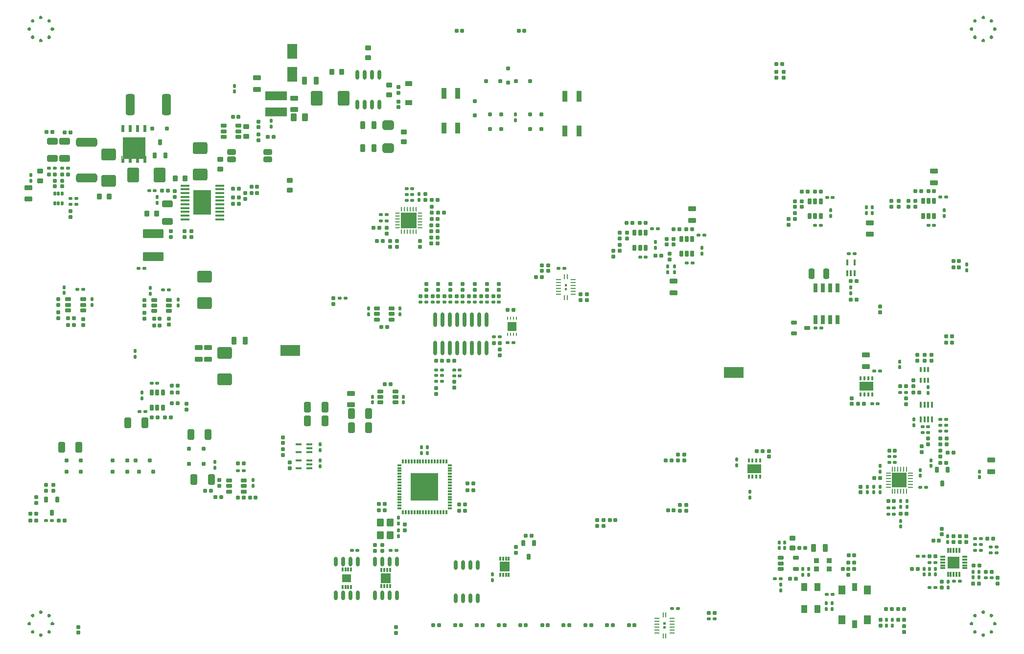
<source format=gbp>
G04*
G04 #@! TF.GenerationSoftware,Altium Limited,Altium Designer,19.1.6 (110)*
G04*
G04 Layer_Color=128*
%FSLAX44Y44*%
%MOMM*%
G71*
G01*
G75*
G04:AMPARAMS|DCode=22|XSize=0.6mm|YSize=0.6mm|CornerRadius=0.06mm|HoleSize=0mm|Usage=FLASHONLY|Rotation=0.000|XOffset=0mm|YOffset=0mm|HoleType=Round|Shape=RoundedRectangle|*
%AMROUNDEDRECTD22*
21,1,0.6000,0.4800,0,0,0.0*
21,1,0.4800,0.6000,0,0,0.0*
1,1,0.1200,0.2400,-0.2400*
1,1,0.1200,-0.2400,-0.2400*
1,1,0.1200,-0.2400,0.2400*
1,1,0.1200,0.2400,0.2400*
%
%ADD22ROUNDEDRECTD22*%
G04:AMPARAMS|DCode=27|XSize=0.5mm|YSize=0.6mm|CornerRadius=0.05mm|HoleSize=0mm|Usage=FLASHONLY|Rotation=0.000|XOffset=0mm|YOffset=0mm|HoleType=Round|Shape=RoundedRectangle|*
%AMROUNDEDRECTD27*
21,1,0.5000,0.5000,0,0,0.0*
21,1,0.4000,0.6000,0,0,0.0*
1,1,0.1000,0.2000,-0.2500*
1,1,0.1000,-0.2000,-0.2500*
1,1,0.1000,-0.2000,0.2500*
1,1,0.1000,0.2000,0.2500*
%
%ADD27ROUNDEDRECTD27*%
G04:AMPARAMS|DCode=28|XSize=0.5mm|YSize=0.6mm|CornerRadius=0.05mm|HoleSize=0mm|Usage=FLASHONLY|Rotation=90.000|XOffset=0mm|YOffset=0mm|HoleType=Round|Shape=RoundedRectangle|*
%AMROUNDEDRECTD28*
21,1,0.5000,0.5000,0,0,90.0*
21,1,0.4000,0.6000,0,0,90.0*
1,1,0.1000,0.2500,0.2000*
1,1,0.1000,0.2500,-0.2000*
1,1,0.1000,-0.2500,-0.2000*
1,1,0.1000,-0.2500,0.2000*
%
%ADD28ROUNDEDRECTD28*%
G04:AMPARAMS|DCode=29|XSize=0.6mm|YSize=0.6mm|CornerRadius=0.06mm|HoleSize=0mm|Usage=FLASHONLY|Rotation=270.000|XOffset=0mm|YOffset=0mm|HoleType=Round|Shape=RoundedRectangle|*
%AMROUNDEDRECTD29*
21,1,0.6000,0.4800,0,0,270.0*
21,1,0.4800,0.6000,0,0,270.0*
1,1,0.1200,-0.2400,-0.2400*
1,1,0.1200,-0.2400,0.2400*
1,1,0.1200,0.2400,0.2400*
1,1,0.1200,0.2400,-0.2400*
%
%ADD29ROUNDEDRECTD29*%
%ADD56R,3.7000X1.6000*%
G04:AMPARAMS|DCode=61|XSize=1mm|YSize=0.9mm|CornerRadius=0.1125mm|HoleSize=0mm|Usage=FLASHONLY|Rotation=270.000|XOffset=0mm|YOffset=0mm|HoleType=Round|Shape=RoundedRectangle|*
%AMROUNDEDRECTD61*
21,1,1.0000,0.6750,0,0,270.0*
21,1,0.7750,0.9000,0,0,270.0*
1,1,0.2250,-0.3375,-0.3875*
1,1,0.2250,-0.3375,0.3875*
1,1,0.2250,0.3375,0.3875*
1,1,0.2250,0.3375,-0.3875*
%
%ADD61ROUNDEDRECTD61*%
G04:AMPARAMS|DCode=62|XSize=1.8mm|YSize=1.15mm|CornerRadius=0.1438mm|HoleSize=0mm|Usage=FLASHONLY|Rotation=180.000|XOffset=0mm|YOffset=0mm|HoleType=Round|Shape=RoundedRectangle|*
%AMROUNDEDRECTD62*
21,1,1.8000,0.8625,0,0,180.0*
21,1,1.5125,1.1500,0,0,180.0*
1,1,0.2875,-0.7563,0.4313*
1,1,0.2875,0.7563,0.4313*
1,1,0.2875,0.7563,-0.4313*
1,1,0.2875,-0.7563,-0.4313*
%
%ADD62ROUNDEDRECTD62*%
G04:AMPARAMS|DCode=92|XSize=2.5mm|YSize=2mm|CornerRadius=0.25mm|HoleSize=0mm|Usage=FLASHONLY|Rotation=90.000|XOffset=0mm|YOffset=0mm|HoleType=Round|Shape=RoundedRectangle|*
%AMROUNDEDRECTD92*
21,1,2.5000,1.5000,0,0,90.0*
21,1,2.0000,2.0000,0,0,90.0*
1,1,0.5000,0.7500,1.0000*
1,1,0.5000,0.7500,-1.0000*
1,1,0.5000,-0.7500,-1.0000*
1,1,0.5000,-0.7500,1.0000*
%
%ADD92ROUNDEDRECTD92*%
%ADD93R,3.5000X1.9000*%
G04:AMPARAMS|DCode=94|XSize=0.6mm|YSize=0.7mm|CornerRadius=0.075mm|HoleSize=0mm|Usage=FLASHONLY|Rotation=270.000|XOffset=0mm|YOffset=0mm|HoleType=Round|Shape=RoundedRectangle|*
%AMROUNDEDRECTD94*
21,1,0.6000,0.5500,0,0,270.0*
21,1,0.4500,0.7000,0,0,270.0*
1,1,0.1500,-0.2750,-0.2250*
1,1,0.1500,-0.2750,0.2250*
1,1,0.1500,0.2750,0.2250*
1,1,0.1500,0.2750,-0.2250*
%
%ADD94ROUNDEDRECTD94*%
G04:AMPARAMS|DCode=99|XSize=1.4mm|YSize=1mm|CornerRadius=0.125mm|HoleSize=0mm|Usage=FLASHONLY|Rotation=90.000|XOffset=0mm|YOffset=0mm|HoleType=Round|Shape=RoundedRectangle|*
%AMROUNDEDRECTD99*
21,1,1.4000,0.7500,0,0,90.0*
21,1,1.1500,1.0000,0,0,90.0*
1,1,0.2500,0.3750,0.5750*
1,1,0.2500,0.3750,-0.5750*
1,1,0.2500,-0.3750,-0.5750*
1,1,0.2500,-0.3750,0.5750*
%
%ADD99ROUNDEDRECTD99*%
%ADD184R,2.5000X2.5000*%
G04:AMPARAMS|DCode=264|XSize=0.6mm|YSize=0.7mm|CornerRadius=0.075mm|HoleSize=0mm|Usage=FLASHONLY|Rotation=0.000|XOffset=0mm|YOffset=0mm|HoleType=Round|Shape=RoundedRectangle|*
%AMROUNDEDRECTD264*
21,1,0.6000,0.5500,0,0,0.0*
21,1,0.4500,0.7000,0,0,0.0*
1,1,0.1500,0.2250,-0.2750*
1,1,0.1500,-0.2250,-0.2750*
1,1,0.1500,-0.2250,0.2750*
1,1,0.1500,0.2250,0.2750*
%
%ADD264ROUNDEDRECTD264*%
G04:AMPARAMS|DCode=265|XSize=0.6mm|YSize=1mm|CornerRadius=0.075mm|HoleSize=0mm|Usage=FLASHONLY|Rotation=0.000|XOffset=0mm|YOffset=0mm|HoleType=Round|Shape=RoundedRectangle|*
%AMROUNDEDRECTD265*
21,1,0.6000,0.8500,0,0,0.0*
21,1,0.4500,1.0000,0,0,0.0*
1,1,0.1500,0.2250,-0.4250*
1,1,0.1500,-0.2250,-0.4250*
1,1,0.1500,-0.2250,0.4250*
1,1,0.1500,0.2250,0.4250*
%
%ADD265ROUNDEDRECTD265*%
G04:AMPARAMS|DCode=266|XSize=2.5mm|YSize=2mm|CornerRadius=0.25mm|HoleSize=0mm|Usage=FLASHONLY|Rotation=180.000|XOffset=0mm|YOffset=0mm|HoleType=Round|Shape=RoundedRectangle|*
%AMROUNDEDRECTD266*
21,1,2.5000,1.5000,0,0,180.0*
21,1,2.0000,2.0000,0,0,180.0*
1,1,0.5000,-1.0000,0.7500*
1,1,0.5000,1.0000,0.7500*
1,1,0.5000,1.0000,-0.7500*
1,1,0.5000,-1.0000,-0.7500*
%
%ADD266ROUNDEDRECTD266*%
G04:AMPARAMS|DCode=267|XSize=1.3mm|YSize=0.8mm|CornerRadius=0.1mm|HoleSize=0mm|Usage=FLASHONLY|Rotation=90.000|XOffset=0mm|YOffset=0mm|HoleType=Round|Shape=RoundedRectangle|*
%AMROUNDEDRECTD267*
21,1,1.3000,0.6000,0,0,90.0*
21,1,1.1000,0.8000,0,0,90.0*
1,1,0.2000,0.3000,0.5500*
1,1,0.2000,0.3000,-0.5500*
1,1,0.2000,-0.3000,-0.5500*
1,1,0.2000,-0.3000,0.5500*
%
%ADD267ROUNDEDRECTD267*%
G04:AMPARAMS|DCode=268|XSize=1.8mm|YSize=1.15mm|CornerRadius=0.1438mm|HoleSize=0mm|Usage=FLASHONLY|Rotation=90.000|XOffset=0mm|YOffset=0mm|HoleType=Round|Shape=RoundedRectangle|*
%AMROUNDEDRECTD268*
21,1,1.8000,0.8625,0,0,90.0*
21,1,1.5125,1.1500,0,0,90.0*
1,1,0.2875,0.4313,0.7563*
1,1,0.2875,0.4313,-0.7563*
1,1,0.2875,-0.4313,-0.7563*
1,1,0.2875,-0.4313,0.7563*
%
%ADD268ROUNDEDRECTD268*%
G04:AMPARAMS|DCode=269|XSize=0.6mm|YSize=1mm|CornerRadius=0.075mm|HoleSize=0mm|Usage=FLASHONLY|Rotation=90.000|XOffset=0mm|YOffset=0mm|HoleType=Round|Shape=RoundedRectangle|*
%AMROUNDEDRECTD269*
21,1,0.6000,0.8500,0,0,90.0*
21,1,0.4500,1.0000,0,0,90.0*
1,1,0.1500,0.4250,0.2250*
1,1,0.1500,0.4250,-0.2250*
1,1,0.1500,-0.4250,-0.2250*
1,1,0.1500,-0.4250,0.2250*
%
%ADD269ROUNDEDRECTD269*%
G04:AMPARAMS|DCode=270|XSize=1.4mm|YSize=1.2mm|CornerRadius=0.15mm|HoleSize=0mm|Usage=FLASHONLY|Rotation=270.000|XOffset=0mm|YOffset=0mm|HoleType=Round|Shape=RoundedRectangle|*
%AMROUNDEDRECTD270*
21,1,1.4000,0.9000,0,0,270.0*
21,1,1.1000,1.2000,0,0,270.0*
1,1,0.3000,-0.4500,-0.5500*
1,1,0.3000,-0.4500,0.5500*
1,1,0.3000,0.4500,0.5500*
1,1,0.3000,0.4500,-0.5500*
%
%ADD270ROUNDEDRECTD270*%
%ADD271O,0.6000X1.7000*%
%ADD272R,1.7000X1.7000*%
%ADD273R,0.3000X0.6500*%
G04:AMPARAMS|DCode=274|XSize=0.3mm|YSize=0.7mm|CornerRadius=0.075mm|HoleSize=0mm|Usage=FLASHONLY|Rotation=270.000|XOffset=0mm|YOffset=0mm|HoleType=Round|Shape=RoundedRectangle|*
%AMROUNDEDRECTD274*
21,1,0.3000,0.5500,0,0,270.0*
21,1,0.1500,0.7000,0,0,270.0*
1,1,0.1500,-0.2750,-0.0750*
1,1,0.1500,-0.2750,0.0750*
1,1,0.1500,0.2750,0.0750*
1,1,0.1500,0.2750,-0.0750*
%
%ADD274ROUNDEDRECTD274*%
G04:AMPARAMS|DCode=275|XSize=0.3mm|YSize=0.7mm|CornerRadius=0.075mm|HoleSize=0mm|Usage=FLASHONLY|Rotation=0.000|XOffset=0mm|YOffset=0mm|HoleType=Round|Shape=RoundedRectangle|*
%AMROUNDEDRECTD275*
21,1,0.3000,0.5500,0,0,0.0*
21,1,0.1500,0.7000,0,0,0.0*
1,1,0.1500,0.0750,-0.2750*
1,1,0.1500,-0.0750,-0.2750*
1,1,0.1500,-0.0750,0.2750*
1,1,0.1500,0.0750,0.2750*
%
%ADD275ROUNDEDRECTD275*%
%ADD276R,4.7000X4.7000*%
%ADD277R,0.3000X0.8000*%
%ADD278R,1.6000X1.4000*%
G04:AMPARAMS|DCode=279|XSize=1.6mm|YSize=3.65mm|CornerRadius=0.4mm|HoleSize=0mm|Usage=FLASHONLY|Rotation=90.000|XOffset=0mm|YOffset=0mm|HoleType=Round|Shape=RoundedRectangle|*
%AMROUNDEDRECTD279*
21,1,1.6000,2.8500,0,0,90.0*
21,1,0.8000,3.6500,0,0,90.0*
1,1,0.8000,1.4250,0.4000*
1,1,0.8000,1.4250,-0.4000*
1,1,0.8000,-1.4250,-0.4000*
1,1,0.8000,-1.4250,0.4000*
%
%ADD279ROUNDEDRECTD279*%
G04:AMPARAMS|DCode=280|XSize=1mm|YSize=1.5mm|CornerRadius=0.25mm|HoleSize=0mm|Usage=FLASHONLY|Rotation=90.000|XOffset=0mm|YOffset=0mm|HoleType=Round|Shape=RoundedRectangle|*
%AMROUNDEDRECTD280*
21,1,1.0000,1.0000,0,0,90.0*
21,1,0.5000,1.5000,0,0,90.0*
1,1,0.5000,0.5000,0.2500*
1,1,0.5000,0.5000,-0.2500*
1,1,0.5000,-0.5000,-0.2500*
1,1,0.5000,-0.5000,0.2500*
%
%ADD280ROUNDEDRECTD280*%
G04:AMPARAMS|DCode=281|XSize=3.6mm|YSize=1.5mm|CornerRadius=0.1875mm|HoleSize=0mm|Usage=FLASHONLY|Rotation=0.000|XOffset=0mm|YOffset=0mm|HoleType=Round|Shape=RoundedRectangle|*
%AMROUNDEDRECTD281*
21,1,3.6000,1.1250,0,0,0.0*
21,1,3.2250,1.5000,0,0,0.0*
1,1,0.3750,1.6125,-0.5625*
1,1,0.3750,-1.6125,-0.5625*
1,1,0.3750,-1.6125,0.5625*
1,1,0.3750,1.6125,0.5625*
%
%ADD281ROUNDEDRECTD281*%
G04:AMPARAMS|DCode=282|XSize=0.45mm|YSize=0.7mm|CornerRadius=0.0563mm|HoleSize=0mm|Usage=FLASHONLY|Rotation=180.000|XOffset=0mm|YOffset=0mm|HoleType=Round|Shape=RoundedRectangle|*
%AMROUNDEDRECTD282*
21,1,0.4500,0.5875,0,0,180.0*
21,1,0.3375,0.7000,0,0,180.0*
1,1,0.1125,-0.1688,0.2938*
1,1,0.1125,0.1688,0.2938*
1,1,0.1125,0.1688,-0.2938*
1,1,0.1125,-0.1688,-0.2938*
%
%ADD282ROUNDEDRECTD282*%
%ADD283O,0.2500X0.9000*%
%ADD284O,0.9000X0.2500*%
%ADD285R,0.4000X1.0000*%
%ADD286R,2.1000X2.1000*%
%ADD287R,0.8500X0.3000*%
%ADD288R,0.3000X0.8500*%
%ADD289R,0.4000X0.8500*%
%ADD290R,2.3500X1.6000*%
%ADD291R,0.3000X0.7000*%
G04:AMPARAMS|DCode=292|XSize=1.6mm|YSize=3.65mm|CornerRadius=0.4mm|HoleSize=0mm|Usage=FLASHONLY|Rotation=180.000|XOffset=0mm|YOffset=0mm|HoleType=Round|Shape=RoundedRectangle|*
%AMROUNDEDRECTD292*
21,1,1.6000,2.8500,0,0,180.0*
21,1,0.8000,3.6500,0,0,180.0*
1,1,0.8000,-0.4000,1.4250*
1,1,0.8000,0.4000,1.4250*
1,1,0.8000,0.4000,-1.4250*
1,1,0.8000,-0.4000,-1.4250*
%
%ADD292ROUNDEDRECTD292*%
%ADD293R,1.7000X2.5000*%
G04:AMPARAMS|DCode=294|XSize=1.7mm|YSize=2mm|CornerRadius=0.425mm|HoleSize=0mm|Usage=FLASHONLY|Rotation=90.000|XOffset=0mm|YOffset=0mm|HoleType=Round|Shape=RoundedRectangle|*
%AMROUNDEDRECTD294*
21,1,1.7000,1.1500,0,0,90.0*
21,1,0.8500,2.0000,0,0,90.0*
1,1,0.8500,0.5750,0.4250*
1,1,0.8500,0.5750,-0.4250*
1,1,0.8500,-0.5750,-0.4250*
1,1,0.8500,-0.5750,0.4250*
%
%ADD294ROUNDEDRECTD294*%
%ADD295R,1.2000X1.5000*%
%ADD296R,0.9000X1.4000*%
%ADD299R,1.0000X1.3500*%
G04:AMPARAMS|DCode=300|XSize=0.9mm|YSize=0.9mm|CornerRadius=0.1125mm|HoleSize=0mm|Usage=FLASHONLY|Rotation=0.000|XOffset=0mm|YOffset=0mm|HoleType=Round|Shape=RoundedRectangle|*
%AMROUNDEDRECTD300*
21,1,0.9000,0.6750,0,0,0.0*
21,1,0.6750,0.9000,0,0,0.0*
1,1,0.2250,0.3375,-0.3375*
1,1,0.2250,-0.3375,-0.3375*
1,1,0.2250,-0.3375,0.3375*
1,1,0.2250,0.3375,0.3375*
%
%ADD300ROUNDEDRECTD300*%
%ADD301R,1.6000X1.6000*%
%ADD302R,0.2500X0.6250*%
%ADD303R,0.9000X1.8400*%
G04:AMPARAMS|DCode=304|XSize=1.22mm|YSize=0.91mm|CornerRadius=0.1138mm|HoleSize=0mm|Usage=FLASHONLY|Rotation=180.000|XOffset=0mm|YOffset=0mm|HoleType=Round|Shape=RoundedRectangle|*
%AMROUNDEDRECTD304*
21,1,1.2200,0.6825,0,0,180.0*
21,1,0.9925,0.9100,0,0,180.0*
1,1,0.2275,-0.4963,0.3413*
1,1,0.2275,0.4963,0.3413*
1,1,0.2275,0.4963,-0.3413*
1,1,0.2275,-0.4963,-0.3413*
%
%ADD304ROUNDEDRECTD304*%
%ADD305R,0.2500X0.9000*%
%ADD306R,0.9000X0.2500*%
%ADD308O,0.7000X2.5000*%
%ADD309R,3.1000X4.3000*%
%ADD310R,1.6000X0.3600*%
%ADD311R,0.6500X1.5250*%
%ADD312R,0.3600X1.0000*%
%ADD313R,0.2550X0.5000*%
%ADD314R,0.6100X1.2700*%
%ADD315R,0.6100X0.7700*%
%ADD316R,3.9100X3.7500*%
G04:AMPARAMS|DCode=317|XSize=1mm|YSize=1.8mm|CornerRadius=0.25mm|HoleSize=0mm|Usage=FLASHONLY|Rotation=180.000|XOffset=0mm|YOffset=0mm|HoleType=Round|Shape=RoundedRectangle|*
%AMROUNDEDRECTD317*
21,1,1.0000,1.3000,0,0,180.0*
21,1,0.5000,1.8000,0,0,180.0*
1,1,0.5000,-0.2500,0.6500*
1,1,0.5000,0.2500,0.6500*
1,1,0.5000,0.2500,-0.6500*
1,1,0.5000,-0.2500,-0.6500*
%
%ADD317ROUNDEDRECTD317*%
G04:AMPARAMS|DCode=318|XSize=0.2393mm|YSize=0.7811mm|CornerRadius=0.0598mm|HoleSize=0mm|Usage=FLASHONLY|Rotation=180.000|XOffset=0mm|YOffset=0mm|HoleType=Round|Shape=RoundedRectangle|*
%AMROUNDEDRECTD318*
21,1,0.2393,0.6614,0,0,180.0*
21,1,0.1196,0.7811,0,0,180.0*
1,1,0.1196,-0.0598,0.3307*
1,1,0.1196,0.0598,0.3307*
1,1,0.1196,0.0598,-0.3307*
1,1,0.1196,-0.0598,-0.3307*
%
%ADD318ROUNDEDRECTD318*%
G04:AMPARAMS|DCode=319|XSize=0.7811mm|YSize=0.2393mm|CornerRadius=0.0598mm|HoleSize=0mm|Usage=FLASHONLY|Rotation=180.000|XOffset=0mm|YOffset=0mm|HoleType=Round|Shape=RoundedRectangle|*
%AMROUNDEDRECTD319*
21,1,0.7811,0.1196,0,0,180.0*
21,1,0.6614,0.2393,0,0,180.0*
1,1,0.1196,-0.3307,0.0598*
1,1,0.1196,0.3307,0.0598*
1,1,0.1196,0.3307,-0.0598*
1,1,0.1196,-0.3307,-0.0598*
%
%ADD319ROUNDEDRECTD319*%
%ADD320R,0.7811X0.2393*%
%ADD321R,2.7000X2.7000*%
G04:AMPARAMS|DCode=322|XSize=1.3mm|YSize=0.8mm|CornerRadius=0.1mm|HoleSize=0mm|Usage=FLASHONLY|Rotation=180.000|XOffset=0mm|YOffset=0mm|HoleType=Round|Shape=RoundedRectangle|*
%AMROUNDEDRECTD322*
21,1,1.3000,0.6000,0,0,180.0*
21,1,1.1000,0.8000,0,0,180.0*
1,1,0.2000,-0.5500,0.3000*
1,1,0.2000,0.5500,0.3000*
1,1,0.2000,0.5500,-0.3000*
1,1,0.2000,-0.5500,-0.3000*
%
%ADD322ROUNDEDRECTD322*%
G04:AMPARAMS|DCode=323|XSize=1mm|YSize=0.9mm|CornerRadius=0.1125mm|HoleSize=0mm|Usage=FLASHONLY|Rotation=180.000|XOffset=0mm|YOffset=0mm|HoleType=Round|Shape=RoundedRectangle|*
%AMROUNDEDRECTD323*
21,1,1.0000,0.6750,0,0,180.0*
21,1,0.7750,0.9000,0,0,180.0*
1,1,0.2250,-0.3875,0.3375*
1,1,0.2250,0.3875,0.3375*
1,1,0.2250,0.3875,-0.3375*
1,1,0.2250,-0.3875,-0.3375*
%
%ADD323ROUNDEDRECTD323*%
%ADD324R,1.0000X0.3600*%
G36*
X945140Y612200D02*
X941140D01*
X941140Y616200D01*
X945140D01*
X945140Y612200D01*
D02*
G37*
G36*
X36699Y57543D02*
X37543Y56699D01*
X38000Y55597D01*
Y55000D01*
Y54403D01*
X37543Y53301D01*
X36699Y52457D01*
X35597Y52000D01*
X34403D01*
X33301Y52457D01*
X32457Y53301D01*
X32000Y54403D01*
Y55000D01*
Y55597D01*
X32457Y56699D01*
X33301Y57543D01*
X34403Y58000D01*
X35597D01*
X36699Y57543D01*
D02*
G37*
G36*
X50841Y51685D02*
X51263Y51263D01*
X51685Y50841D01*
X52142Y49739D01*
Y48545D01*
X51685Y47443D01*
X51263Y47021D01*
X50841Y46599D01*
X49739Y46142D01*
X48545D01*
X47443Y46599D01*
X47021Y47021D01*
X46599Y47443D01*
X46142Y48545D01*
Y49739D01*
X46599Y50841D01*
X47021Y51263D01*
X47443Y51685D01*
X48545Y52142D01*
X49739D01*
X50841Y51685D01*
D02*
G37*
G36*
X22557D02*
X22979Y51263D01*
X23401Y50841D01*
X23858Y49739D01*
Y48545D01*
X23401Y47443D01*
X22979Y47021D01*
X22557Y46599D01*
X21455Y46142D01*
X20261D01*
X19159Y46599D01*
X18736Y47021D01*
X18315Y47443D01*
X17858Y48545D01*
Y49739D01*
X18315Y50841D01*
X18736Y51263D01*
X19159Y51685D01*
X20261Y52142D01*
X21455D01*
X22557Y51685D01*
D02*
G37*
G36*
X56699Y37543D02*
X57543Y36699D01*
X58000Y35597D01*
Y35000D01*
Y34403D01*
X57543Y33301D01*
X56699Y32457D01*
X55597Y32000D01*
X54403D01*
X53301Y32457D01*
X52457Y33301D01*
X52000Y34403D01*
Y35000D01*
Y35597D01*
X52457Y36699D01*
X53301Y37543D01*
X54403Y38000D01*
X55597D01*
X56699Y37543D01*
D02*
G37*
G36*
X16699D02*
X17543Y36699D01*
X18000Y35597D01*
Y35000D01*
Y34403D01*
X17543Y33301D01*
X16699Y32457D01*
X15597Y32000D01*
X14403D01*
X13301Y32457D01*
X12457Y33301D01*
X12000Y34403D01*
Y35000D01*
Y35597D01*
X12457Y36699D01*
X13301Y37543D01*
X14403Y38000D01*
X15597D01*
X16699Y37543D01*
D02*
G37*
G36*
X50841Y23401D02*
X51263Y22979D01*
X51685Y22557D01*
X52142Y21455D01*
Y20261D01*
X51685Y19159D01*
X51263Y18736D01*
X50841Y18315D01*
X49739Y17858D01*
X48545D01*
X47443Y18315D01*
X47021Y18736D01*
X46599Y19159D01*
X46142Y20261D01*
Y21455D01*
X46599Y22557D01*
X47021Y22979D01*
X47443Y23401D01*
X48545Y23858D01*
X49739D01*
X50841Y23401D01*
D02*
G37*
G36*
X22557D02*
X22979Y22979D01*
X23401Y22557D01*
X23858Y21455D01*
Y20261D01*
X23401Y19159D01*
X22979Y18736D01*
X22557Y18315D01*
X21455Y17858D01*
X20261D01*
X19159Y18315D01*
X18736Y18736D01*
X18315Y19159D01*
X17858Y20261D01*
Y21455D01*
X18315Y22557D01*
X18736Y22979D01*
X19159Y23401D01*
X20261Y23858D01*
X21455D01*
X22557Y23401D01*
D02*
G37*
G36*
X36699Y17543D02*
X37543Y16699D01*
X38000Y15597D01*
Y15000D01*
Y14403D01*
X37543Y13301D01*
X36699Y12457D01*
X35597Y12000D01*
X34403D01*
X33301Y12457D01*
X32457Y13301D01*
X32000Y14403D01*
Y15000D01*
Y15597D01*
X32457Y16699D01*
X33301Y17543D01*
X34403Y18000D01*
X35597D01*
X36699Y17543D01*
D02*
G37*
G36*
Y1087543D02*
X37543Y1086699D01*
X38000Y1085597D01*
Y1085000D01*
Y1084403D01*
X37543Y1083301D01*
X36699Y1082457D01*
X35597Y1082000D01*
X34403D01*
X33301Y1082457D01*
X32457Y1083301D01*
X32000Y1084403D01*
Y1085000D01*
Y1085597D01*
X32457Y1086699D01*
X33301Y1087543D01*
X34403Y1088000D01*
X35597D01*
X36699Y1087543D01*
D02*
G37*
G36*
X50841Y1081685D02*
X51263Y1081264D01*
X51685Y1080842D01*
X52142Y1079739D01*
Y1078545D01*
X51685Y1077443D01*
X51263Y1077021D01*
X50841Y1076599D01*
X49739Y1076142D01*
X48545D01*
X47443Y1076599D01*
X47021Y1077021D01*
X46599Y1077443D01*
X46142Y1078545D01*
Y1079739D01*
X46599Y1080842D01*
X47021Y1081264D01*
X47443Y1081685D01*
X48545Y1082142D01*
X49739D01*
X50841Y1081685D01*
D02*
G37*
G36*
X22557D02*
X22979Y1081264D01*
X23401Y1080842D01*
X23858Y1079739D01*
Y1078545D01*
X23401Y1077443D01*
X22979Y1077021D01*
X22557Y1076599D01*
X21455Y1076142D01*
X20261D01*
X19159Y1076599D01*
X18736Y1077021D01*
X18315Y1077443D01*
X17858Y1078545D01*
Y1079739D01*
X18315Y1080842D01*
X18736Y1081264D01*
X19159Y1081685D01*
X20261Y1082142D01*
X21455D01*
X22557Y1081685D01*
D02*
G37*
G36*
X56699Y1067543D02*
X57543Y1066699D01*
X58000Y1065597D01*
Y1065000D01*
Y1064403D01*
X57543Y1063301D01*
X56699Y1062457D01*
X55597Y1062000D01*
X54403D01*
X53301Y1062457D01*
X52457Y1063301D01*
X52000Y1064403D01*
Y1065000D01*
Y1065597D01*
X52457Y1066699D01*
X53301Y1067543D01*
X54403Y1068000D01*
X55597D01*
X56699Y1067543D01*
D02*
G37*
G36*
X16699D02*
X17543Y1066699D01*
X18000Y1065597D01*
Y1065000D01*
Y1064403D01*
X17543Y1063301D01*
X16699Y1062457D01*
X15597Y1062000D01*
X14403D01*
X13301Y1062457D01*
X12457Y1063301D01*
X12000Y1064403D01*
Y1065000D01*
Y1065597D01*
X12457Y1066699D01*
X13301Y1067543D01*
X14403Y1068000D01*
X15597D01*
X16699Y1067543D01*
D02*
G37*
G36*
X50841Y1053401D02*
X51263Y1052979D01*
X51685Y1052557D01*
X52142Y1051455D01*
Y1050261D01*
X51685Y1049158D01*
X51263Y1048736D01*
X50841Y1048315D01*
X49739Y1047858D01*
X48545D01*
X47443Y1048315D01*
X47021Y1048736D01*
X46599Y1049158D01*
X46142Y1050261D01*
Y1051455D01*
X46599Y1052557D01*
X47021Y1052979D01*
X47443Y1053401D01*
X48545Y1053858D01*
X49739D01*
X50841Y1053401D01*
D02*
G37*
G36*
X22557D02*
X22979Y1052979D01*
X23401Y1052557D01*
X23858Y1051455D01*
Y1050261D01*
X23401Y1049158D01*
X22979Y1048736D01*
X22557Y1048315D01*
X21455Y1047858D01*
X20261D01*
X19159Y1048315D01*
X18736Y1048736D01*
X18315Y1049158D01*
X17858Y1050261D01*
Y1051455D01*
X18315Y1052557D01*
X18736Y1052979D01*
X19159Y1053401D01*
X20261Y1053858D01*
X21455D01*
X22557Y1053401D01*
D02*
G37*
G36*
X36699Y1047543D02*
X37543Y1046699D01*
X38000Y1045597D01*
Y1045000D01*
Y1044403D01*
X37543Y1043301D01*
X36699Y1042457D01*
X35597Y1042000D01*
X34403D01*
X33301Y1042457D01*
X32457Y1043301D01*
X32000Y1044403D01*
Y1045000D01*
Y1045597D01*
X32457Y1046699D01*
X33301Y1047543D01*
X34403Y1048000D01*
X35597D01*
X36699Y1047543D01*
D02*
G37*
G36*
X945140Y619200D02*
X941140D01*
Y623200D01*
X945140D01*
Y619200D01*
D02*
G37*
G36*
X1666699Y1087543D02*
X1667543Y1086699D01*
X1668000Y1085597D01*
Y1085000D01*
Y1084403D01*
X1667543Y1083301D01*
X1666699Y1082457D01*
X1665597Y1082000D01*
X1664403D01*
X1663301Y1082457D01*
X1662457Y1083301D01*
X1662000Y1084403D01*
Y1085000D01*
Y1085597D01*
X1662457Y1086699D01*
X1663301Y1087543D01*
X1664403Y1088000D01*
X1665597D01*
X1666699Y1087543D01*
D02*
G37*
G36*
X1680842Y1081685D02*
X1681263Y1081264D01*
X1681685Y1080842D01*
X1682142Y1079739D01*
Y1078545D01*
X1681685Y1077443D01*
X1681263Y1077021D01*
X1680842Y1076599D01*
X1679739Y1076142D01*
X1678545D01*
X1677443Y1076599D01*
X1677021Y1077021D01*
X1676599Y1077443D01*
X1676142Y1078545D01*
Y1079739D01*
X1676599Y1080842D01*
X1677021Y1081264D01*
X1677443Y1081685D01*
X1678545Y1082142D01*
X1679739D01*
X1680842Y1081685D01*
D02*
G37*
G36*
X1652557D02*
X1652979Y1081264D01*
X1653401Y1080842D01*
X1653858Y1079739D01*
Y1078545D01*
X1653401Y1077443D01*
X1652979Y1077021D01*
X1652557Y1076599D01*
X1651455Y1076142D01*
X1650261D01*
X1649158Y1076599D01*
X1648737Y1077021D01*
X1648315Y1077443D01*
X1647858Y1078545D01*
Y1079739D01*
X1648315Y1080842D01*
X1648737Y1081264D01*
X1649158Y1081685D01*
X1650261Y1082142D01*
X1651455D01*
X1652557Y1081685D01*
D02*
G37*
G36*
X1686699Y1067543D02*
X1687543Y1066699D01*
X1688000Y1065597D01*
Y1065000D01*
Y1064403D01*
X1687543Y1063301D01*
X1686699Y1062457D01*
X1685597Y1062000D01*
X1684403D01*
X1683301Y1062457D01*
X1682457Y1063301D01*
X1682000Y1064403D01*
Y1065000D01*
Y1065597D01*
X1682457Y1066699D01*
X1683301Y1067543D01*
X1684403Y1068000D01*
X1685597D01*
X1686699Y1067543D01*
D02*
G37*
G36*
X1646699D02*
X1647543Y1066699D01*
X1648000Y1065597D01*
Y1065000D01*
Y1064403D01*
X1647543Y1063301D01*
X1646699Y1062457D01*
X1645597Y1062000D01*
X1644403D01*
X1643301Y1062457D01*
X1642457Y1063301D01*
X1642000Y1064403D01*
Y1065000D01*
Y1065597D01*
X1642457Y1066699D01*
X1643301Y1067543D01*
X1644403Y1068000D01*
X1645597D01*
X1646699Y1067543D01*
D02*
G37*
G36*
X1680842Y1053401D02*
X1681263Y1052979D01*
X1681685Y1052557D01*
X1682142Y1051455D01*
Y1050261D01*
X1681685Y1049158D01*
X1681263Y1048736D01*
X1680842Y1048315D01*
X1679739Y1047858D01*
X1678545D01*
X1677443Y1048315D01*
X1677021Y1048736D01*
X1676599Y1049158D01*
X1676142Y1050261D01*
Y1051455D01*
X1676599Y1052557D01*
X1677021Y1052979D01*
X1677443Y1053401D01*
X1678545Y1053858D01*
X1679739D01*
X1680842Y1053401D01*
D02*
G37*
G36*
X1652557D02*
X1652979Y1052979D01*
X1653401Y1052557D01*
X1653858Y1051455D01*
Y1050261D01*
X1653401Y1049158D01*
X1652979Y1048736D01*
X1652557Y1048315D01*
X1651455Y1047858D01*
X1650261D01*
X1649158Y1048315D01*
X1648737Y1048736D01*
X1648315Y1049158D01*
X1647858Y1050261D01*
Y1051455D01*
X1648315Y1052557D01*
X1648737Y1052979D01*
X1649158Y1053401D01*
X1650261Y1053858D01*
X1651455D01*
X1652557Y1053401D01*
D02*
G37*
G36*
X1666699Y1047543D02*
X1667543Y1046699D01*
X1668000Y1045597D01*
Y1045000D01*
Y1044403D01*
X1667543Y1043301D01*
X1666699Y1042457D01*
X1665597Y1042000D01*
X1664403D01*
X1663301Y1042457D01*
X1662457Y1043301D01*
X1662000Y1044403D01*
Y1045000D01*
Y1045597D01*
X1662457Y1046699D01*
X1663301Y1047543D01*
X1664403Y1048000D01*
X1665597D01*
X1666699Y1047543D01*
D02*
G37*
G36*
Y57543D02*
X1667543Y56699D01*
X1668000Y55597D01*
Y55000D01*
Y54403D01*
X1667543Y53301D01*
X1666699Y52457D01*
X1665597Y52000D01*
X1664403D01*
X1663301Y52457D01*
X1662457Y53301D01*
X1662000Y54403D01*
Y55000D01*
Y55597D01*
X1662457Y56699D01*
X1663301Y57543D01*
X1664403Y58000D01*
X1665597D01*
X1666699Y57543D01*
D02*
G37*
G36*
X1680842Y51685D02*
X1681263Y51263D01*
X1681685Y50841D01*
X1682142Y49739D01*
Y48545D01*
X1681685Y47443D01*
X1681263Y47021D01*
X1680842Y46599D01*
X1679739Y46142D01*
X1678545D01*
X1677443Y46599D01*
X1677021Y47021D01*
X1676599Y47443D01*
X1676142Y48545D01*
Y49739D01*
X1676599Y50841D01*
X1677021Y51263D01*
X1677443Y51685D01*
X1678545Y52142D01*
X1679739D01*
X1680842Y51685D01*
D02*
G37*
G36*
X1652557D02*
X1652979Y51263D01*
X1653401Y50841D01*
X1653858Y49739D01*
Y48545D01*
X1653401Y47443D01*
X1652979Y47021D01*
X1652557Y46599D01*
X1651455Y46142D01*
X1650261D01*
X1649158Y46599D01*
X1648737Y47021D01*
X1648315Y47443D01*
X1647858Y48545D01*
Y49739D01*
X1648315Y50841D01*
X1648737Y51263D01*
X1649158Y51685D01*
X1650261Y52142D01*
X1651455D01*
X1652557Y51685D01*
D02*
G37*
G36*
X1115750Y33340D02*
X1111750D01*
Y37340D01*
X1115750D01*
Y33340D01*
D02*
G37*
G36*
X1686699Y37543D02*
X1687543Y36699D01*
X1688000Y35597D01*
Y35000D01*
Y34403D01*
X1687543Y33301D01*
X1686699Y32457D01*
X1685597Y32000D01*
X1684403D01*
X1683301Y32457D01*
X1682457Y33301D01*
X1682000Y34403D01*
Y35000D01*
Y35597D01*
X1682457Y36699D01*
X1683301Y37543D01*
X1684403Y38000D01*
X1685597D01*
X1686699Y37543D01*
D02*
G37*
G36*
X1646699D02*
X1647543Y36699D01*
X1648000Y35597D01*
Y35000D01*
Y34403D01*
X1647543Y33301D01*
X1646699Y32457D01*
X1645597Y32000D01*
X1644403D01*
X1643301Y32457D01*
X1642457Y33301D01*
X1642000Y34403D01*
Y35000D01*
Y35597D01*
X1642457Y36699D01*
X1643301Y37543D01*
X1644403Y38000D01*
X1645597D01*
X1646699Y37543D01*
D02*
G37*
G36*
X1115750Y26340D02*
X1111750D01*
Y30340D01*
X1115750D01*
Y26340D01*
D02*
G37*
G36*
X1680842Y23401D02*
X1681263Y22979D01*
X1681685Y22557D01*
X1682142Y21455D01*
Y20261D01*
X1681685Y19159D01*
X1681263Y18736D01*
X1680842Y18315D01*
X1679739Y17858D01*
X1678545D01*
X1677443Y18315D01*
X1677021Y18736D01*
X1676599Y19159D01*
X1676142Y20261D01*
Y21455D01*
X1676599Y22557D01*
X1677021Y22979D01*
X1677443Y23401D01*
X1678545Y23858D01*
X1679739D01*
X1680842Y23401D01*
D02*
G37*
G36*
X1652557D02*
X1652979Y22979D01*
X1653401Y22557D01*
X1653858Y21455D01*
Y20261D01*
X1653401Y19159D01*
X1652979Y18736D01*
X1652557Y18315D01*
X1651455Y17858D01*
X1650261D01*
X1649158Y18315D01*
X1648737Y18736D01*
X1648315Y19159D01*
X1647858Y20261D01*
Y21455D01*
X1648315Y22557D01*
X1648737Y22979D01*
X1649158Y23401D01*
X1650261Y23858D01*
X1651455D01*
X1652557Y23401D01*
D02*
G37*
G36*
X1666699Y17543D02*
X1667543Y16699D01*
X1668000Y15597D01*
Y15000D01*
Y14403D01*
X1667543Y13301D01*
X1666699Y12457D01*
X1665597Y12000D01*
X1664403D01*
X1663301Y12457D01*
X1662457Y13301D01*
X1662000Y14403D01*
Y15000D01*
Y15597D01*
X1662457Y16699D01*
X1663301Y17543D01*
X1664403Y18000D01*
X1665597D01*
X1666699Y17543D01*
D02*
G37*
D22*
X653250Y964500D02*
D03*
Y954500D02*
D03*
X1506250Y767000D02*
D03*
Y757000D02*
D03*
X1518500D02*
D03*
Y767000D02*
D03*
X1294250Y324000D02*
D03*
Y334000D02*
D03*
X700161Y778951D02*
D03*
Y768951D02*
D03*
X901750Y655750D02*
D03*
Y645750D02*
D03*
X912750Y655750D02*
D03*
Y645750D02*
D03*
X979500Y595750D02*
D03*
Y605750D02*
D03*
X1122500Y665500D02*
D03*
Y675500D02*
D03*
X1025500Y671000D02*
D03*
Y681000D02*
D03*
X1036500Y681000D02*
D03*
Y691000D02*
D03*
X1328250Y725750D02*
D03*
Y735750D02*
D03*
X1339250Y735750D02*
D03*
Y745750D02*
D03*
X1591000Y324500D02*
D03*
Y334500D02*
D03*
X749760Y443600D02*
D03*
Y453600D02*
D03*
X465750Y314500D02*
D03*
Y304500D02*
D03*
X454000Y336750D02*
D03*
Y326750D02*
D03*
Y347750D02*
D03*
Y357750D02*
D03*
X44250Y265500D02*
D03*
Y275500D02*
D03*
X56500Y265500D02*
D03*
Y275500D02*
D03*
X343870Y283370D02*
D03*
Y273370D02*
D03*
X664250Y196500D02*
D03*
Y206500D02*
D03*
X856849Y167897D02*
D03*
X856849Y157897D02*
D03*
X625400Y161150D02*
D03*
Y171150D02*
D03*
X612700Y161150D02*
D03*
Y171150D02*
D03*
X100200Y29300D02*
D03*
Y19300D02*
D03*
X1307500Y980750D02*
D03*
Y990750D02*
D03*
X1319750Y980750D02*
D03*
Y990750D02*
D03*
X701510Y623350D02*
D03*
Y613350D02*
D03*
X722510Y623350D02*
D03*
Y613350D02*
D03*
X743510Y623350D02*
D03*
Y613350D02*
D03*
X829000Y500000D02*
D03*
Y510000D02*
D03*
X1008000Y214000D02*
D03*
Y204000D02*
D03*
X997000D02*
D03*
Y214000D02*
D03*
X1575737Y500494D02*
D03*
Y490494D02*
D03*
X1563487Y500494D02*
D03*
Y490494D02*
D03*
X541000Y599000D02*
D03*
Y589000D02*
D03*
X1136750Y317750D02*
D03*
Y327750D02*
D03*
X1147750Y317750D02*
D03*
Y327750D02*
D03*
X1140750Y230750D02*
D03*
Y240750D02*
D03*
X1151750Y230750D02*
D03*
Y240750D02*
D03*
X649101Y28525D02*
D03*
Y18525D02*
D03*
X26750Y243750D02*
D03*
Y253750D02*
D03*
X1486500Y584500D02*
D03*
Y574500D02*
D03*
X1551237Y500494D02*
D03*
Y490494D02*
D03*
X108000Y552000D02*
D03*
Y562000D02*
D03*
X65100Y574230D02*
D03*
Y564230D02*
D03*
X65100Y596730D02*
D03*
Y586730D02*
D03*
X86500Y749520D02*
D03*
Y739520D02*
D03*
X1438000Y425500D02*
D03*
Y415500D02*
D03*
X266750Y784250D02*
D03*
Y774250D02*
D03*
X260000Y704500D02*
D03*
Y714500D02*
D03*
X295750Y704500D02*
D03*
Y714500D02*
D03*
X283464Y704536D02*
D03*
Y714536D02*
D03*
X388250Y780750D02*
D03*
Y770750D02*
D03*
X411545Y882475D02*
D03*
Y872475D02*
D03*
X411500Y894750D02*
D03*
Y904750D02*
D03*
X213850Y595730D02*
D03*
Y585730D02*
D03*
X256750Y553380D02*
D03*
Y563380D02*
D03*
X213850Y573230D02*
D03*
Y563230D02*
D03*
X653250Y939500D02*
D03*
Y929500D02*
D03*
X721661Y693451D02*
D03*
Y703451D02*
D03*
X710661Y724701D02*
D03*
Y714701D02*
D03*
X721661Y724701D02*
D03*
Y714701D02*
D03*
X711161Y746701D02*
D03*
Y756701D02*
D03*
X710661Y693451D02*
D03*
Y703451D02*
D03*
X651161Y697951D02*
D03*
Y687951D02*
D03*
X632911Y710701D02*
D03*
Y720701D02*
D03*
X691161Y687951D02*
D03*
Y697951D02*
D03*
X638911Y687951D02*
D03*
Y697951D02*
D03*
X286830Y405800D02*
D03*
Y415800D02*
D03*
X1601987Y345744D02*
D03*
Y355744D02*
D03*
X1531397Y414894D02*
D03*
X1531397Y424894D02*
D03*
X1590987Y355744D02*
D03*
X1590987Y345744D02*
D03*
X1558487Y342394D02*
D03*
Y332394D02*
D03*
X1569994Y345750D02*
D03*
Y355750D02*
D03*
X1544647Y456494D02*
D03*
Y446494D02*
D03*
X72000Y802250D02*
D03*
Y792250D02*
D03*
X59000Y802250D02*
D03*
Y792250D02*
D03*
X718760Y442850D02*
D03*
Y432850D02*
D03*
X764510Y613350D02*
D03*
Y623350D02*
D03*
X785510Y613350D02*
D03*
Y623350D02*
D03*
X806510Y613350D02*
D03*
Y623350D02*
D03*
X827510Y613350D02*
D03*
Y623350D02*
D03*
X1593000Y97750D02*
D03*
Y107750D02*
D03*
X1689990Y104500D02*
D03*
Y114500D02*
D03*
X1636000Y186500D02*
D03*
Y176500D02*
D03*
X1593000Y189500D02*
D03*
Y199500D02*
D03*
X1614000Y176500D02*
D03*
Y186500D02*
D03*
X1625000Y176500D02*
D03*
Y186500D02*
D03*
X1452750Y272250D02*
D03*
Y262250D02*
D03*
X1487400Y41650D02*
D03*
Y31650D02*
D03*
X1432000Y119750D02*
D03*
Y129750D02*
D03*
X1528400Y20650D02*
D03*
Y30650D02*
D03*
X1535630Y757000D02*
D03*
Y767000D02*
D03*
X1547880D02*
D03*
Y757000D02*
D03*
X1339250Y756725D02*
D03*
X1339250Y766725D02*
D03*
X1351500D02*
D03*
Y756725D02*
D03*
X1117150Y691600D02*
D03*
X1117150Y701600D02*
D03*
X1129400D02*
D03*
Y691600D02*
D03*
X1036380Y702000D02*
D03*
Y712000D02*
D03*
X1048630D02*
D03*
Y702000D02*
D03*
X968500Y605700D02*
D03*
X968500Y595700D02*
D03*
D27*
X198500Y497250D02*
D03*
Y507250D02*
D03*
X336500Y315250D02*
D03*
Y305250D02*
D03*
X402100Y273370D02*
D03*
Y283370D02*
D03*
X653750Y196500D02*
D03*
Y186500D02*
D03*
X816500Y110250D02*
D03*
Y120250D02*
D03*
X693515Y340275D02*
D03*
Y330275D02*
D03*
X703500Y330250D02*
D03*
X703500Y340250D02*
D03*
X653750Y208250D02*
D03*
Y218250D02*
D03*
X433750Y896000D02*
D03*
Y906000D02*
D03*
X18000Y812000D02*
D03*
Y802000D02*
D03*
X370250Y956500D02*
D03*
Y966500D02*
D03*
X856250Y907250D02*
D03*
Y917250D02*
D03*
X1130750Y653750D02*
D03*
Y643750D02*
D03*
X1119500Y643750D02*
D03*
Y653750D02*
D03*
X1463250Y756000D02*
D03*
Y746000D02*
D03*
X1473250D02*
D03*
Y756000D02*
D03*
X1636321Y647321D02*
D03*
Y657321D02*
D03*
X1658500Y288500D02*
D03*
Y298500D02*
D03*
X608380Y418000D02*
D03*
Y428000D02*
D03*
X662120Y418000D02*
D03*
Y428000D02*
D03*
X655870Y580750D02*
D03*
Y570750D02*
D03*
X602130Y580750D02*
D03*
Y570750D02*
D03*
X518000Y345500D02*
D03*
Y335500D02*
D03*
X518000Y317597D02*
D03*
Y307597D02*
D03*
X1436250Y607000D02*
D03*
Y617000D02*
D03*
X1520715Y489000D02*
D03*
Y479000D02*
D03*
X75350Y607730D02*
D03*
Y617730D02*
D03*
X123850Y597250D02*
D03*
Y587250D02*
D03*
X1261750Y263250D02*
D03*
X1261750Y253250D02*
D03*
X1238750Y319000D02*
D03*
Y309000D02*
D03*
X1574832Y307950D02*
D03*
Y317950D02*
D03*
X236250Y764000D02*
D03*
Y774000D02*
D03*
X272600Y586250D02*
D03*
X272600Y596250D02*
D03*
X224100Y616730D02*
D03*
Y606730D02*
D03*
X688911Y768951D02*
D03*
Y778951D02*
D03*
X210100Y425300D02*
D03*
Y435300D02*
D03*
X1544737Y378744D02*
D03*
Y388744D02*
D03*
X1570012Y434879D02*
D03*
Y444879D02*
D03*
X1562500Y130000D02*
D03*
Y120000D02*
D03*
X1582500D02*
D03*
Y130000D02*
D03*
X1572500Y120000D02*
D03*
Y130000D02*
D03*
X1604000Y97750D02*
D03*
Y107750D02*
D03*
X1647990Y125000D02*
D03*
Y115000D02*
D03*
X1657990Y125000D02*
D03*
Y115000D02*
D03*
X1603500Y186500D02*
D03*
Y176500D02*
D03*
X1522500Y237500D02*
D03*
Y247500D02*
D03*
Y203000D02*
D03*
Y213000D02*
D03*
X1533500Y247500D02*
D03*
X1533500Y237500D02*
D03*
X1487000Y298500D02*
D03*
Y308500D02*
D03*
X1464500Y272250D02*
D03*
Y262250D02*
D03*
X1475750Y272250D02*
D03*
Y262250D02*
D03*
X1555750Y291000D02*
D03*
Y301000D02*
D03*
X1487000Y272250D02*
D03*
Y262250D02*
D03*
X1497900Y41650D02*
D03*
Y31650D02*
D03*
X1507900Y41650D02*
D03*
Y31650D02*
D03*
X1403750Y60000D02*
D03*
Y70000D02*
D03*
X1393750Y60000D02*
D03*
X1393750Y70000D02*
D03*
X1363000Y129750D02*
D03*
Y119750D02*
D03*
X1314750Y102500D02*
D03*
Y92500D02*
D03*
X1353000Y129750D02*
D03*
Y119750D02*
D03*
X1322000Y165750D02*
D03*
Y175750D02*
D03*
X1312000D02*
D03*
Y165750D02*
D03*
X1597230Y741000D02*
D03*
Y751000D02*
D03*
X1400850Y740725D02*
D03*
Y750725D02*
D03*
X1178750Y675600D02*
D03*
Y685600D02*
D03*
X1097980Y686000D02*
D03*
Y696000D02*
D03*
D28*
X213750Y650250D02*
D03*
X203750D02*
D03*
X1600981Y388644D02*
D03*
X1590981D02*
D03*
X386250Y299850D02*
D03*
X376250D02*
D03*
X582750Y161750D02*
D03*
X572750D02*
D03*
X650250D02*
D03*
X640250D02*
D03*
X733510Y591850D02*
D03*
X743510D02*
D03*
X667661Y788451D02*
D03*
X677661D02*
D03*
Y778451D02*
D03*
X667661D02*
D03*
Y768451D02*
D03*
X677661D02*
D03*
X1510750Y235750D02*
D03*
X1500750D02*
D03*
X1510750Y224500D02*
D03*
X1500750D02*
D03*
X722510Y591850D02*
D03*
X712510D02*
D03*
X829000Y531500D02*
D03*
X819000D02*
D03*
X701510Y591850D02*
D03*
X691510D02*
D03*
X940500Y650000D02*
D03*
X930500D02*
D03*
X562000Y599000D02*
D03*
X552000D02*
D03*
X1200250Y43050D02*
D03*
X1190250D02*
D03*
X1126750Y61250D02*
D03*
X1136750D02*
D03*
X1651000Y162000D02*
D03*
X1661000D02*
D03*
X1512500Y324500D02*
D03*
X1502500D02*
D03*
X1512500Y314500D02*
D03*
X1502500D02*
D03*
X1472750Y415500D02*
D03*
X1482750D02*
D03*
X1442854Y675500D02*
D03*
X1432854D02*
D03*
X98000Y613730D02*
D03*
X108000D02*
D03*
X852500Y521490D02*
D03*
X842500D02*
D03*
X1384700Y546880D02*
D03*
X1374700D02*
D03*
X1476500Y472250D02*
D03*
X1486500D02*
D03*
X222250Y785000D02*
D03*
X232250D02*
D03*
X256750Y612730D02*
D03*
X246750D02*
D03*
X632911Y743701D02*
D03*
X622911D02*
D03*
X632911Y732451D02*
D03*
X622911D02*
D03*
X226580Y451150D02*
D03*
X236580D02*
D03*
X216100Y402650D02*
D03*
X206100D02*
D03*
X1600981Y368644D02*
D03*
X1590981D02*
D03*
Y378644D02*
D03*
X1600981D02*
D03*
X1531397Y435494D02*
D03*
X1521397D02*
D03*
X1569987Y366244D02*
D03*
X1559987D02*
D03*
X1559994Y376297D02*
D03*
X1569994D02*
D03*
X82000Y823750D02*
D03*
X72000D02*
D03*
X59000D02*
D03*
X49000D02*
D03*
X86525Y761245D02*
D03*
X96525D02*
D03*
X96500Y771250D02*
D03*
X86500D02*
D03*
X749760Y464350D02*
D03*
X759760Y464350D02*
D03*
X754510Y591850D02*
D03*
X764510D02*
D03*
X775510Y591850D02*
D03*
X785510D02*
D03*
X796510Y591850D02*
D03*
X806510D02*
D03*
X817510Y591850D02*
D03*
X827510D02*
D03*
X759760Y474350D02*
D03*
X749760D02*
D03*
X718760Y454600D02*
D03*
X728760D02*
D03*
X718760Y464600D02*
D03*
X728760D02*
D03*
X718760Y474600D02*
D03*
X728760D02*
D03*
X1661000Y182000D02*
D03*
X1651000D02*
D03*
X1572000Y97750D02*
D03*
X1582000D02*
D03*
X1651000Y172000D02*
D03*
X1661000D02*
D03*
X1678250Y158000D02*
D03*
X1688250D02*
D03*
Y168000D02*
D03*
X1678250D02*
D03*
X1572000Y141000D02*
D03*
X1582000D02*
D03*
X1552000Y152000D02*
D03*
X1562000D02*
D03*
X1679490Y114500D02*
D03*
X1669490D02*
D03*
X1624500Y108250D02*
D03*
X1614500D02*
D03*
X1556000Y271000D02*
D03*
X1566000D02*
D03*
X1394250Y85250D02*
D03*
X1404250D02*
D03*
X1314750Y113000D02*
D03*
X1304750D02*
D03*
X1570230Y725150D02*
D03*
X1580230Y725150D02*
D03*
X1601230Y773650D02*
D03*
X1591230D02*
D03*
X1374370Y724875D02*
D03*
X1384370D02*
D03*
X1404850Y773375D02*
D03*
X1394850D02*
D03*
X1152270Y659750D02*
D03*
X1162270D02*
D03*
X1182750Y708250D02*
D03*
X1172750Y708250D02*
D03*
X1071500Y670150D02*
D03*
X1081500D02*
D03*
X1101980Y718650D02*
D03*
X1091980D02*
D03*
X53750Y213250D02*
D03*
X43750D02*
D03*
D29*
X376250Y253285D02*
D03*
X386250D02*
D03*
X386250Y312750D02*
D03*
X376250D02*
D03*
X1273250Y334000D02*
D03*
X1283250D02*
D03*
X718760Y490100D02*
D03*
X728760D02*
D03*
X711161Y768951D02*
D03*
X721161D02*
D03*
X901750Y634750D02*
D03*
X891750D02*
D03*
X1108250Y672000D02*
D03*
X1098250D02*
D03*
X1591000Y313500D02*
D03*
X1601000D02*
D03*
X1613750Y331250D02*
D03*
X1603750D02*
D03*
X329250Y264750D02*
D03*
X319250D02*
D03*
X337000Y253750D02*
D03*
X347000D02*
D03*
X406665Y253285D02*
D03*
X396665D02*
D03*
X758750Y241750D02*
D03*
X768750D02*
D03*
X629750Y231500D02*
D03*
X619750D02*
D03*
X629750Y242500D02*
D03*
X619750D02*
D03*
X782750Y266250D02*
D03*
X772750D02*
D03*
X768750Y230750D02*
D03*
X758750D02*
D03*
X782750Y278250D02*
D03*
X772750D02*
D03*
X1317500Y1004500D02*
D03*
X1307500D02*
D03*
X1510750Y247500D02*
D03*
X1500750D02*
D03*
X1613321Y662821D02*
D03*
X1623321D02*
D03*
X1613321Y651821D02*
D03*
X1623321D02*
D03*
X1432250Y153000D02*
D03*
X1442250D02*
D03*
X691510Y602350D02*
D03*
X701510D02*
D03*
X712510Y602350D02*
D03*
X722510D02*
D03*
X733510D02*
D03*
X743510D02*
D03*
X829000Y521000D02*
D03*
X819000D02*
D03*
X884099Y186897D02*
D03*
X874099D02*
D03*
X1125750Y317750D02*
D03*
X1115750D02*
D03*
X1129750Y231000D02*
D03*
X1119750D02*
D03*
X1019000Y214000D02*
D03*
X1029000D02*
D03*
X1190250Y53550D02*
D03*
X1200250D02*
D03*
X26750Y213250D02*
D03*
X16750D02*
D03*
X26750Y225780D02*
D03*
X16750D02*
D03*
X754000Y1062250D02*
D03*
X764000D02*
D03*
X861500D02*
D03*
X871500D02*
D03*
X1601000Y532500D02*
D03*
X1611000D02*
D03*
X1601000Y521500D02*
D03*
X1611000D02*
D03*
X1512500Y335000D02*
D03*
X1502500D02*
D03*
X630250Y449720D02*
D03*
X640250D02*
D03*
X624000Y549030D02*
D03*
X634000D02*
D03*
X1436250Y596000D02*
D03*
X1446250D02*
D03*
X1436250Y628000D02*
D03*
X1446250D02*
D03*
X92000Y552130D02*
D03*
X82000D02*
D03*
X82000Y564380D02*
D03*
X92000D02*
D03*
X842500Y578510D02*
D03*
X852500D02*
D03*
X1459000Y415500D02*
D03*
X1449000D02*
D03*
X377125Y912625D02*
D03*
X367125D02*
D03*
X254500Y785000D02*
D03*
X244500D02*
D03*
X377250Y788500D02*
D03*
X367250D02*
D03*
X377250Y773000D02*
D03*
X367250D02*
D03*
X399250Y791750D02*
D03*
X409250D02*
D03*
X399250Y780750D02*
D03*
X409250D02*
D03*
X437500Y878500D02*
D03*
X427500D02*
D03*
X367250Y762000D02*
D03*
X377250D02*
D03*
X240750Y551130D02*
D03*
X230750D02*
D03*
X230750Y563380D02*
D03*
X240750D02*
D03*
X610661Y720701D02*
D03*
X620661D02*
D03*
X616661Y697951D02*
D03*
X626661D02*
D03*
X722161Y746701D02*
D03*
X732161D02*
D03*
X711361Y735750D02*
D03*
X721361D02*
D03*
X237100Y392400D02*
D03*
X227100D02*
D03*
X259600Y392400D02*
D03*
X249600D02*
D03*
X261580Y435300D02*
D03*
X271580D02*
D03*
X261580Y447550D02*
D03*
X271580D02*
D03*
X261580Y416800D02*
D03*
X271580D02*
D03*
X1531397Y446594D02*
D03*
X1521397D02*
D03*
X1554647Y435494D02*
D03*
X1544647D02*
D03*
X72000Y813250D02*
D03*
X82000D02*
D03*
X86250Y886000D02*
D03*
X76250Y886000D02*
D03*
X49000Y813250D02*
D03*
X59000D02*
D03*
X54750Y886250D02*
D03*
X44750D02*
D03*
X749735Y490105D02*
D03*
X739735D02*
D03*
X764510Y602350D02*
D03*
X754510D02*
D03*
X785510Y602350D02*
D03*
X775510D02*
D03*
X806510Y602350D02*
D03*
X796510D02*
D03*
X817510Y602350D02*
D03*
X827510D02*
D03*
X1552000Y130000D02*
D03*
X1542000D02*
D03*
X1672250Y182000D02*
D03*
X1682250D02*
D03*
X1578640Y178400D02*
D03*
X1588640D02*
D03*
X1679490Y125000D02*
D03*
X1669490D02*
D03*
X1572000Y152000D02*
D03*
X1582000D02*
D03*
X1658490Y136000D02*
D03*
X1648490D02*
D03*
X1647990Y104000D02*
D03*
X1657990D02*
D03*
X1522500Y225250D02*
D03*
X1532500D02*
D03*
X1486500Y287500D02*
D03*
X1476500D02*
D03*
X1432000Y140750D02*
D03*
X1442000D02*
D03*
X1432000Y129750D02*
D03*
X1442000D02*
D03*
X1528400Y41650D02*
D03*
X1518400D02*
D03*
X1518250Y60000D02*
D03*
X1528250D02*
D03*
X1497000Y60000D02*
D03*
X1507000D02*
D03*
X1432000Y129750D02*
D03*
X1422000D02*
D03*
X1330750Y113000D02*
D03*
X1340750D02*
D03*
X1347250Y165750D02*
D03*
X1357250D02*
D03*
X1580250Y783880D02*
D03*
X1570250D02*
D03*
X1557730Y783900D02*
D03*
X1547730D02*
D03*
X1383850Y783625D02*
D03*
X1373850D02*
D03*
X1361350Y783625D02*
D03*
X1351350Y783625D02*
D03*
X1161750Y718500D02*
D03*
X1151750D02*
D03*
X1139250D02*
D03*
X1129250Y718500D02*
D03*
X1080980Y728900D02*
D03*
X1070980D02*
D03*
X1058480D02*
D03*
X1048480D02*
D03*
X912101Y32525D02*
D03*
X902101D02*
D03*
X864101Y32525D02*
D03*
X874101D02*
D03*
X837101Y32525D02*
D03*
X827101D02*
D03*
X789101Y32525D02*
D03*
X799101D02*
D03*
X714101D02*
D03*
X724101D02*
D03*
X762101Y32525D02*
D03*
X752101D02*
D03*
X1014101Y32500D02*
D03*
X1024101D02*
D03*
X1062101Y32500D02*
D03*
X1052101D02*
D03*
X939101Y32500D02*
D03*
X949101D02*
D03*
X987101Y32500D02*
D03*
X977101D02*
D03*
X65750Y213250D02*
D03*
X75750D02*
D03*
D56*
X442250Y949500D02*
D03*
Y921500D02*
D03*
D61*
X153500Y774500D02*
D03*
X136500D02*
D03*
X538500Y991000D02*
D03*
X555500D02*
D03*
X267500Y806000D02*
D03*
X284500D02*
D03*
X218750Y745250D02*
D03*
X235750D02*
D03*
D62*
X254250Y762000D02*
D03*
Y732000D02*
D03*
X76250Y840500D02*
D03*
X76250Y870500D02*
D03*
X54750Y840500D02*
D03*
Y870500D02*
D03*
D92*
X512500Y945250D02*
D03*
X558500D02*
D03*
X240750Y812250D02*
D03*
X194750D02*
D03*
D93*
X1233500Y469750D02*
D03*
X466250Y508250D02*
D03*
D94*
X843500Y996750D02*
D03*
Y971750D02*
D03*
X786000Y915250D02*
D03*
Y940250D02*
D03*
X812250Y891750D02*
D03*
Y916750D02*
D03*
X831000Y891750D02*
D03*
Y916750D02*
D03*
X881750Y916750D02*
D03*
Y891750D02*
D03*
X900450Y916750D02*
D03*
Y891750D02*
D03*
D99*
X472000Y911750D02*
D03*
X492000D02*
D03*
D184*
X1520000Y283500D02*
D03*
D264*
X316436Y311936D02*
D03*
X291436D02*
D03*
X204500Y298000D02*
D03*
X229500D02*
D03*
X184250Y318000D02*
D03*
X159250D02*
D03*
X198750D02*
D03*
X223750D02*
D03*
X316436Y337804D02*
D03*
X291436D02*
D03*
X252750Y892250D02*
D03*
X227750D02*
D03*
X79350Y318000D02*
D03*
X104350D02*
D03*
X79350Y298000D02*
D03*
X104350D02*
D03*
X184250D02*
D03*
X159250D02*
D03*
X804750Y974750D02*
D03*
X829750D02*
D03*
X856500D02*
D03*
X881500D02*
D03*
D265*
X1594250Y278250D02*
D03*
X1603750Y301250D02*
D03*
X1584750D02*
D03*
X869500Y174200D02*
D03*
X888500D02*
D03*
X879000Y151200D02*
D03*
X53750Y227000D02*
D03*
X63250Y250000D02*
D03*
X44250D02*
D03*
X250750Y846000D02*
D03*
X231750D02*
D03*
X241250Y869000D02*
D03*
X236580Y409300D02*
D03*
X246080D02*
D03*
X227080Y435300D02*
D03*
X236580D02*
D03*
X246080D02*
D03*
X227080Y409300D02*
D03*
X1580250Y767000D02*
D03*
X1561250Y741000D02*
D03*
X1570750D02*
D03*
X1580250D02*
D03*
X1561250Y767000D02*
D03*
X1570750D02*
D03*
X1383870Y766725D02*
D03*
X1364870Y740725D02*
D03*
X1374370Y740725D02*
D03*
X1383870D02*
D03*
X1364870Y766725D02*
D03*
X1374370D02*
D03*
X1161770Y701600D02*
D03*
X1142770Y675600D02*
D03*
X1152270D02*
D03*
X1161770D02*
D03*
X1142770Y701600D02*
D03*
X1152270D02*
D03*
X1081000Y712000D02*
D03*
X1062000Y686000D02*
D03*
X1071500D02*
D03*
X1081000D02*
D03*
X1062000Y712000D02*
D03*
X1071500D02*
D03*
D266*
X318500Y636250D02*
D03*
Y590250D02*
D03*
X353000Y458250D02*
D03*
Y504250D02*
D03*
X310750Y812750D02*
D03*
Y858750D02*
D03*
X152250Y848000D02*
D03*
Y802000D02*
D03*
D267*
X368750Y524750D02*
D03*
X388750D02*
D03*
X591500Y858250D02*
D03*
X611500D02*
D03*
X591500Y898250D02*
D03*
X611500D02*
D03*
X491000Y975500D02*
D03*
X511000D02*
D03*
X1371500Y165750D02*
D03*
X1391500D02*
D03*
D268*
X294250Y362750D02*
D03*
X324250D02*
D03*
X330000Y284250D02*
D03*
X300000D02*
D03*
X526500Y410050D02*
D03*
X496500D02*
D03*
X526250Y386500D02*
D03*
X496250D02*
D03*
X572250Y374000D02*
D03*
X602250D02*
D03*
X572250Y398978D02*
D03*
X602250D02*
D03*
X101000Y340250D02*
D03*
X71000D02*
D03*
X185080Y382550D02*
D03*
X215080D02*
D03*
D269*
X360250Y273370D02*
D03*
Y263870D02*
D03*
X386250Y282870D02*
D03*
Y273370D02*
D03*
Y263870D02*
D03*
X360250Y282870D02*
D03*
X1340750Y129750D02*
D03*
X1314750Y148750D02*
D03*
X1314750Y139250D02*
D03*
Y129750D02*
D03*
X1340750Y148750D02*
D03*
X1337585Y537380D02*
D03*
Y556380D02*
D03*
X1360585Y546880D02*
D03*
X648250Y418000D02*
D03*
X622250Y437000D02*
D03*
Y427500D02*
D03*
Y418000D02*
D03*
X648250Y437000D02*
D03*
Y427500D02*
D03*
X82000Y596750D02*
D03*
X108000Y577750D02*
D03*
Y587250D02*
D03*
Y596750D02*
D03*
X82000Y577750D02*
D03*
Y587250D02*
D03*
X616000Y571250D02*
D03*
Y561750D02*
D03*
X642000Y580750D02*
D03*
Y571250D02*
D03*
Y561750D02*
D03*
X616000Y580750D02*
D03*
X351000Y887750D02*
D03*
Y878250D02*
D03*
X377000Y897250D02*
D03*
Y887750D02*
D03*
Y878250D02*
D03*
X351000Y897250D02*
D03*
X230750Y595750D02*
D03*
X256750Y576750D02*
D03*
Y586250D02*
D03*
X256750Y595750D02*
D03*
X230750Y576750D02*
D03*
X230750Y586250D02*
D03*
D270*
X622000Y209865D02*
D03*
Y187865D02*
D03*
X639000D02*
D03*
Y209865D02*
D03*
D271*
X752950Y136750D02*
D03*
X765650D02*
D03*
X778350D02*
D03*
X791050D02*
D03*
X752950Y78750D02*
D03*
X765650D02*
D03*
X778350D02*
D03*
X791050D02*
D03*
X545200Y142250D02*
D03*
X557900D02*
D03*
X570600Y142250D02*
D03*
X583300Y142250D02*
D03*
X545200Y84250D02*
D03*
X557900D02*
D03*
X570600D02*
D03*
X583300D02*
D03*
X612700Y142250D02*
D03*
X625400Y142250D02*
D03*
X638100Y142250D02*
D03*
X650800D02*
D03*
X612700Y84250D02*
D03*
X625400D02*
D03*
X638100D02*
D03*
X650800D02*
D03*
X582450Y985250D02*
D03*
X595150Y985250D02*
D03*
X607850D02*
D03*
X620550D02*
D03*
X582450Y934250D02*
D03*
X595150Y934250D02*
D03*
X607850D02*
D03*
X620550Y934250D02*
D03*
D272*
X837000Y133500D02*
D03*
X631750Y113750D02*
D03*
D273*
X829500Y119500D02*
D03*
X834500D02*
D03*
X839500D02*
D03*
X844500D02*
D03*
Y147500D02*
D03*
X839500D02*
D03*
X834500D02*
D03*
X829500D02*
D03*
X639250Y127750D02*
D03*
X634250Y127750D02*
D03*
X629250D02*
D03*
X624250D02*
D03*
Y99750D02*
D03*
X629250D02*
D03*
X634250D02*
D03*
X639250Y99750D02*
D03*
D274*
X655000Y234500D02*
D03*
Y239500D02*
D03*
Y244500D02*
D03*
Y249500D02*
D03*
Y254500D02*
D03*
Y259500D02*
D03*
Y264500D02*
D03*
Y269500D02*
D03*
Y274500D02*
D03*
Y279500D02*
D03*
Y284500D02*
D03*
Y289500D02*
D03*
Y294500D02*
D03*
Y299500D02*
D03*
Y304500D02*
D03*
Y309500D02*
D03*
X742500D02*
D03*
Y304500D02*
D03*
Y299500D02*
D03*
Y294500D02*
D03*
Y289500D02*
D03*
Y284500D02*
D03*
Y279500D02*
D03*
Y274500D02*
D03*
Y269500D02*
D03*
Y264500D02*
D03*
Y259500D02*
D03*
Y254500D02*
D03*
Y249500D02*
D03*
Y244500D02*
D03*
Y239500D02*
D03*
Y234500D02*
D03*
D275*
X661250Y315750D02*
D03*
X666250D02*
D03*
X671250D02*
D03*
X676250D02*
D03*
X681250D02*
D03*
X686250D02*
D03*
X691250D02*
D03*
X696250D02*
D03*
X701250D02*
D03*
X706250D02*
D03*
X711250D02*
D03*
X716250D02*
D03*
X721250D02*
D03*
X726250D02*
D03*
X731250D02*
D03*
X736250D02*
D03*
Y228250D02*
D03*
X731250D02*
D03*
X726250D02*
D03*
X721250D02*
D03*
X716250D02*
D03*
X711250D02*
D03*
X706250D02*
D03*
X701250D02*
D03*
X696250D02*
D03*
X691250D02*
D03*
X686250D02*
D03*
X681250D02*
D03*
X676250D02*
D03*
X671250D02*
D03*
X666250D02*
D03*
X661250D02*
D03*
D276*
X698750Y272000D02*
D03*
D277*
X571750Y128750D02*
D03*
X566750D02*
D03*
X561750Y128750D02*
D03*
X556750Y128750D02*
D03*
X556750Y98750D02*
D03*
X561750Y98750D02*
D03*
X566750Y98750D02*
D03*
X571750D02*
D03*
D278*
X564250Y113750D02*
D03*
D279*
X114500Y807000D02*
D03*
Y869000D02*
D03*
D280*
X364500Y851850D02*
D03*
Y839150D02*
D03*
X427500D02*
D03*
Y851850D02*
D03*
D281*
X229000Y710500D02*
D03*
Y670500D02*
D03*
D282*
X72000Y779750D02*
D03*
X65500Y779750D02*
D03*
X59000Y779750D02*
D03*
X59000Y762750D02*
D03*
X65500Y762750D02*
D03*
X72000Y762750D02*
D03*
D283*
X1507500Y264250D02*
D03*
X1512500D02*
D03*
X1517500D02*
D03*
X1522500D02*
D03*
X1527500D02*
D03*
X1532500D02*
D03*
Y302750D02*
D03*
X1527500D02*
D03*
X1522500D02*
D03*
X1517500D02*
D03*
X1512500D02*
D03*
X1507500D02*
D03*
D284*
X1539250Y271000D02*
D03*
X1539250Y276000D02*
D03*
Y281000D02*
D03*
X1539250Y286000D02*
D03*
X1539250Y291000D02*
D03*
X1539250Y296000D02*
D03*
X1500750D02*
D03*
Y291000D02*
D03*
Y286000D02*
D03*
Y281000D02*
D03*
Y276000D02*
D03*
Y271000D02*
D03*
D285*
X1576487Y388994D02*
D03*
X1569987D02*
D03*
X1563487D02*
D03*
Y413994D02*
D03*
X1569987D02*
D03*
X1576487D02*
D03*
X1556987D02*
D03*
X1556987Y388994D02*
D03*
D286*
X1614000Y141000D02*
D03*
D287*
X1633000Y131000D02*
D03*
Y136000D02*
D03*
Y141000D02*
D03*
Y146000D02*
D03*
Y151000D02*
D03*
X1595000D02*
D03*
Y146000D02*
D03*
Y141000D02*
D03*
Y136000D02*
D03*
Y131000D02*
D03*
D288*
X1624000Y161500D02*
D03*
X1619000D02*
D03*
X1614000D02*
D03*
X1609000D02*
D03*
X1604000D02*
D03*
Y120500D02*
D03*
X1609000D02*
D03*
X1614000D02*
D03*
X1619000D02*
D03*
X1624000D02*
D03*
D289*
X1556987Y475494D02*
D03*
X1563487D02*
D03*
X1569987D02*
D03*
Y456494D02*
D03*
X1563487Y456494D02*
D03*
X1556987Y456494D02*
D03*
D290*
X1269250Y303500D02*
D03*
X1463000Y446000D02*
D03*
D291*
X1259500Y289750D02*
D03*
X1266000D02*
D03*
X1272500D02*
D03*
X1279000D02*
D03*
Y317250D02*
D03*
X1272500D02*
D03*
X1266000D02*
D03*
X1259500D02*
D03*
X1472750Y432250D02*
D03*
X1466250Y432250D02*
D03*
X1459750Y432250D02*
D03*
X1453250Y432250D02*
D03*
Y459750D02*
D03*
X1459750D02*
D03*
X1466250D02*
D03*
X1472750D02*
D03*
D292*
X252000Y934250D02*
D03*
X190000D02*
D03*
D293*
X469750Y1026250D02*
D03*
Y986250D02*
D03*
D294*
X635750Y858250D02*
D03*
Y898250D02*
D03*
D295*
X1420640Y41650D02*
D03*
X1420640Y93650D02*
D03*
X1464640D02*
D03*
X1464640Y41650D02*
D03*
D03*
X1464640Y93650D02*
D03*
X1420640D02*
D03*
X1420640Y41650D02*
D03*
D296*
X1442640Y98150D02*
D03*
X1442640Y34150D02*
D03*
D299*
X1378250Y60000D02*
D03*
X1378250Y98500D02*
D03*
X1355250Y98500D02*
D03*
X1355250Y60000D02*
D03*
D300*
X1376750Y129750D02*
D03*
X1398750D02*
D03*
Y144250D02*
D03*
X1376750D02*
D03*
D301*
X850000Y550000D02*
D03*
D302*
X842500Y564000D02*
D03*
X847500D02*
D03*
X852500D02*
D03*
X857500D02*
D03*
X857500Y536000D02*
D03*
X852500Y536000D02*
D03*
X847500Y536000D02*
D03*
X842500D02*
D03*
D303*
X965750Y888500D02*
D03*
Y948500D02*
D03*
X941750Y888500D02*
D03*
Y948500D02*
D03*
X732250Y953500D02*
D03*
Y893500D02*
D03*
X756250Y953500D02*
D03*
Y893500D02*
D03*
D304*
X671500Y970250D02*
D03*
Y937250D02*
D03*
D305*
X945640Y635700D02*
D03*
Y599700D02*
D03*
X940640D02*
D03*
Y635700D02*
D03*
X1116250Y13840D02*
D03*
X1116250Y49840D02*
D03*
X1111250D02*
D03*
Y13840D02*
D03*
D306*
X956140Y630700D02*
D03*
Y625700D02*
D03*
X956140Y620700D02*
D03*
Y615700D02*
D03*
X956140Y610700D02*
D03*
X956140Y605700D02*
D03*
X930140Y605700D02*
D03*
Y610700D02*
D03*
Y615700D02*
D03*
X930140Y620700D02*
D03*
X930140Y625700D02*
D03*
X930140Y630700D02*
D03*
X1126750Y18840D02*
D03*
X1126750Y23840D02*
D03*
Y28840D02*
D03*
Y33840D02*
D03*
X1126750Y38840D02*
D03*
X1126750Y43840D02*
D03*
X1100750D02*
D03*
Y38840D02*
D03*
X1100750Y33840D02*
D03*
Y28840D02*
D03*
Y23840D02*
D03*
Y18840D02*
D03*
D308*
X806029Y512771D02*
D03*
X793329D02*
D03*
X780629D02*
D03*
X767929D02*
D03*
X755229D02*
D03*
X742529D02*
D03*
X729829D02*
D03*
X717129D02*
D03*
X806029Y561771D02*
D03*
X793329D02*
D03*
X780629D02*
D03*
X767929D02*
D03*
X755229D02*
D03*
X742529D02*
D03*
X729829D02*
D03*
X717129D02*
D03*
D309*
X314500Y764500D02*
D03*
D310*
X284464Y793750D02*
D03*
Y787250D02*
D03*
Y780750D02*
D03*
Y774250D02*
D03*
Y767750D02*
D03*
Y761250D02*
D03*
Y754750D02*
D03*
Y748250D02*
D03*
Y741750D02*
D03*
Y735250D02*
D03*
X344535Y735250D02*
D03*
Y741750D02*
D03*
Y748250D02*
D03*
Y754750D02*
D03*
Y761250D02*
D03*
Y767750D02*
D03*
Y774250D02*
D03*
Y780750D02*
D03*
Y787250D02*
D03*
Y793750D02*
D03*
D311*
X1374700Y561880D02*
D03*
X1387400D02*
D03*
X1400100D02*
D03*
X1412800D02*
D03*
Y616120D02*
D03*
X1400100D02*
D03*
X1387400D02*
D03*
X1374700D02*
D03*
D312*
X1442854Y660804D02*
D03*
X1429646D02*
D03*
Y641500D02*
D03*
X1436250Y641500D02*
D03*
X1442854Y641500D02*
D03*
D313*
X175171Y842649D02*
D03*
X216831D02*
D03*
D314*
X176951Y892199D02*
D03*
X189651D02*
D03*
X202351D02*
D03*
X215051D02*
D03*
D315*
Y836299D02*
D03*
X202351D02*
D03*
X189651D02*
D03*
X176951Y836299D02*
D03*
D316*
X196001Y858899D02*
D03*
D317*
X1368299Y641345D02*
D03*
X1393300D02*
D03*
D318*
X684000Y752905D02*
D03*
X679000D02*
D03*
X674000D02*
D03*
X669000D02*
D03*
X664000D02*
D03*
X659000D02*
D03*
Y713595D02*
D03*
X664000D02*
D03*
X669000D02*
D03*
X674000D02*
D03*
X679000D02*
D03*
X684000D02*
D03*
D319*
X651845Y745750D02*
D03*
Y740750D02*
D03*
Y735750D02*
D03*
Y730750D02*
D03*
Y725750D02*
D03*
Y720750D02*
D03*
X691155D02*
D03*
Y725750D02*
D03*
Y730750D02*
D03*
Y735750D02*
D03*
Y740750D02*
D03*
D320*
Y745750D02*
D03*
D321*
X671500Y733250D02*
D03*
D322*
X308250Y493250D02*
D03*
Y513250D02*
D03*
X324200Y493140D02*
D03*
Y513140D02*
D03*
X571750Y434000D02*
D03*
Y414000D02*
D03*
X13750Y770500D02*
D03*
Y790500D02*
D03*
X408750Y980500D02*
D03*
Y960500D02*
D03*
X473500Y925250D02*
D03*
Y945250D02*
D03*
X1468750Y729500D02*
D03*
Y709500D02*
D03*
X1678500Y298500D02*
D03*
Y318500D02*
D03*
X1129250Y628000D02*
D03*
Y608000D02*
D03*
X1462250Y480500D02*
D03*
X1462250Y500500D02*
D03*
X1580250Y798880D02*
D03*
Y818880D02*
D03*
X1161770Y733480D02*
D03*
Y753480D02*
D03*
D323*
X390250Y879250D02*
D03*
Y896250D02*
D03*
X601000Y1032500D02*
D03*
Y1015500D02*
D03*
X33750Y802000D02*
D03*
Y819000D02*
D03*
X662750Y869750D02*
D03*
Y886750D02*
D03*
X465500Y785750D02*
D03*
Y802750D02*
D03*
X345750Y839000D02*
D03*
Y822000D02*
D03*
X637750Y967750D02*
D03*
Y950750D02*
D03*
X1334750Y165750D02*
D03*
X1334750Y182750D02*
D03*
D324*
X499900Y317604D02*
D03*
Y311000D02*
D03*
Y304396D02*
D03*
X480596D02*
D03*
Y317604D02*
D03*
X499900Y345507D02*
D03*
Y338903D02*
D03*
Y332299D02*
D03*
X480596D02*
D03*
Y345507D02*
D03*
M02*

</source>
